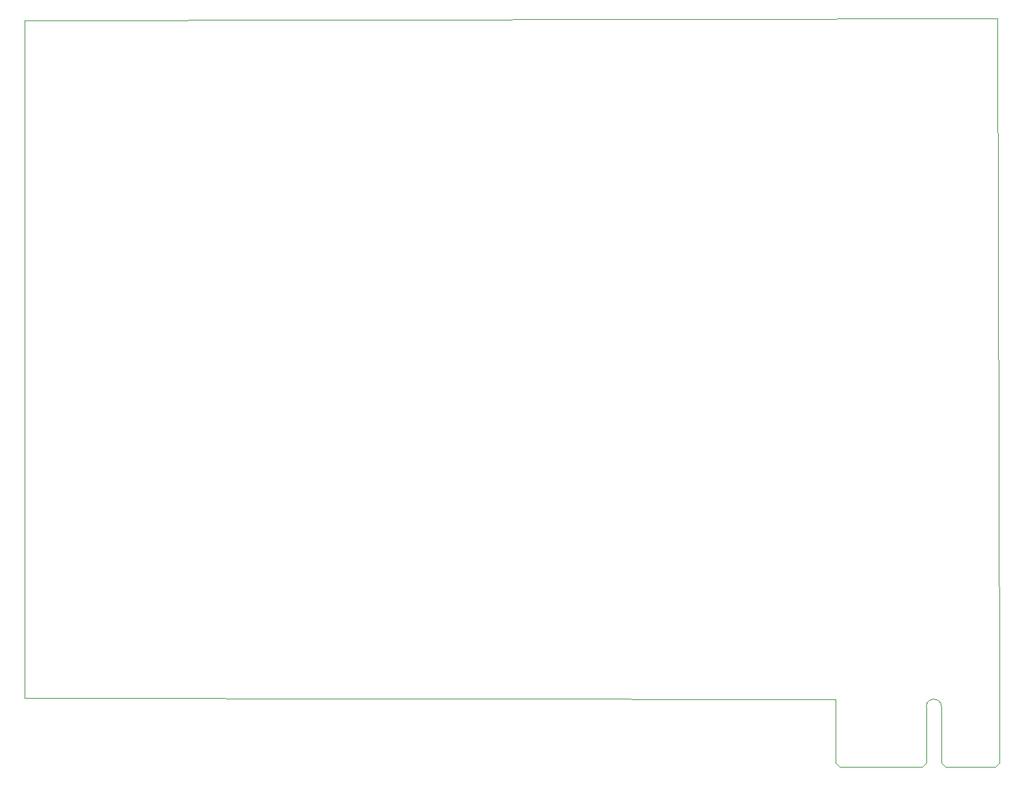
<source format=gbr>
%TF.GenerationSoftware,KiCad,Pcbnew,(6.0.6-0)*%
%TF.CreationDate,2023-04-04T18:07:55-07:00*%
%TF.ProjectId,relay-board,72656c61-792d-4626-9f61-72642e6b6963,rev?*%
%TF.SameCoordinates,Original*%
%TF.FileFunction,Profile,NP*%
%FSLAX46Y46*%
G04 Gerber Fmt 4.6, Leading zero omitted, Abs format (unit mm)*
G04 Created by KiCad (PCBNEW (6.0.6-0)) date 2023-04-04 18:07:55*
%MOMM*%
%LPD*%
G01*
G04 APERTURE LIST*
%TA.AperFunction,Profile*%
%ADD10C,0.100000*%
%TD*%
G04 APERTURE END LIST*
D10*
X201920000Y-113148000D02*
X201676000Y-28702000D01*
X181620000Y-113148000D02*
X81026000Y-113030000D01*
X81026000Y-28956000D02*
X81026000Y-113030000D01*
X201676000Y-28702000D02*
X81026000Y-28956000D01*
%TO.C,J1*%
X194720000Y-114098000D02*
G75*
G03*
X192820000Y-114098000I-950000J0D01*
G01*
X192820000Y-121048000D02*
X192320000Y-121548000D01*
X195220000Y-121548000D02*
X201420000Y-121548000D01*
X201920000Y-113148000D02*
X201920000Y-121048000D01*
X181620000Y-121048000D02*
X182120000Y-121548000D01*
X194720000Y-114098000D02*
X194720000Y-121048000D01*
X181620000Y-113148000D02*
X181620000Y-121048000D01*
X201920000Y-121048000D02*
X201420000Y-121548000D01*
X182120000Y-121548000D02*
X192320000Y-121548000D01*
X194720000Y-121048000D02*
X195220000Y-121548000D01*
X192820000Y-114098000D02*
X192820000Y-121048000D01*
%TD*%
M02*

</source>
